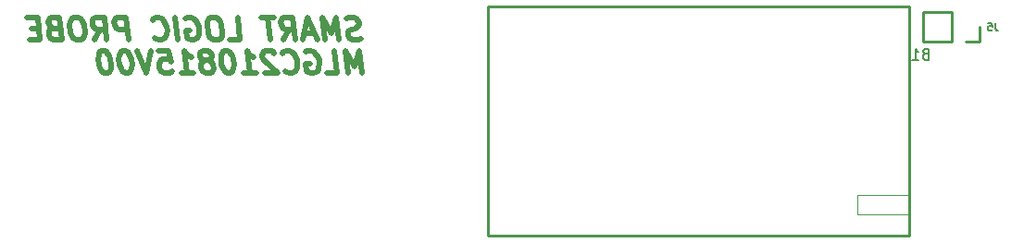
<source format=gbo>
%TF.GenerationSoftware,KiCad,Pcbnew,(5.1.10)-1*%
%TF.CreationDate,2021-09-27T23:39:52+02:00*%
%TF.ProjectId,XX,58582e6b-6963-4616-945f-706362585858,V00*%
%TF.SameCoordinates,Original*%
%TF.FileFunction,Legend,Bot*%
%TF.FilePolarity,Positive*%
%FSLAX46Y46*%
G04 Gerber Fmt 4.6, Leading zero omitted, Abs format (unit mm)*
G04 Created by KiCad (PCBNEW (5.1.10)-1) date 2021-09-27 23:39:52*
%MOMM*%
%LPD*%
G01*
G04 APERTURE LIST*
%ADD10C,0.500000*%
%ADD11C,0.120000*%
%ADD12C,0.254000*%
%ADD13C,0.256000*%
%ADD14C,0.150000*%
%ADD15C,0.170000*%
G04 APERTURE END LIST*
D10*
X135997172Y-80565523D02*
X135723363Y-80660761D01*
X135247172Y-80660761D01*
X135044791Y-80565523D01*
X134937648Y-80470285D01*
X134818601Y-80279809D01*
X134794791Y-80089333D01*
X134866220Y-79898857D01*
X134949553Y-79803619D01*
X135128125Y-79708380D01*
X135497172Y-79613142D01*
X135675744Y-79517904D01*
X135759077Y-79422666D01*
X135830505Y-79232190D01*
X135806696Y-79041714D01*
X135687648Y-78851238D01*
X135580505Y-78756000D01*
X135378125Y-78660761D01*
X134901934Y-78660761D01*
X134628125Y-78756000D01*
X134009077Y-80660761D02*
X133759077Y-78660761D01*
X133270982Y-80089333D01*
X132425744Y-78660761D01*
X132675744Y-80660761D01*
X131747172Y-80089333D02*
X130794791Y-80089333D01*
X132009077Y-80660761D02*
X131092410Y-78660761D01*
X130675744Y-80660761D01*
X128866220Y-80660761D02*
X129413839Y-79708380D01*
X130009077Y-80660761D02*
X129759077Y-78660761D01*
X128997172Y-78660761D01*
X128818601Y-78756000D01*
X128735267Y-78851238D01*
X128663839Y-79041714D01*
X128699553Y-79327428D01*
X128818601Y-79517904D01*
X128925744Y-79613142D01*
X129128125Y-79708380D01*
X129890029Y-79708380D01*
X128044791Y-78660761D02*
X126901934Y-78660761D01*
X127723363Y-80660761D02*
X127473363Y-78660761D01*
X124009077Y-80660761D02*
X124961458Y-80660761D01*
X124711458Y-78660761D01*
X122711458Y-78660761D02*
X122330505Y-78660761D01*
X122151934Y-78756000D01*
X121985267Y-78946476D01*
X121937648Y-79327428D01*
X122020982Y-79994095D01*
X122163839Y-80375047D01*
X122378125Y-80565523D01*
X122580505Y-80660761D01*
X122961458Y-80660761D01*
X123140029Y-80565523D01*
X123306696Y-80375047D01*
X123354315Y-79994095D01*
X123270982Y-79327428D01*
X123128125Y-78946476D01*
X122913839Y-78756000D01*
X122711458Y-78660761D01*
X119961458Y-78756000D02*
X120140029Y-78660761D01*
X120425744Y-78660761D01*
X120723363Y-78756000D01*
X120937648Y-78946476D01*
X121056696Y-79136952D01*
X121199553Y-79517904D01*
X121235267Y-79803619D01*
X121187648Y-80184571D01*
X121116220Y-80375047D01*
X120949553Y-80565523D01*
X120675744Y-80660761D01*
X120485267Y-80660761D01*
X120187648Y-80565523D01*
X120080505Y-80470285D01*
X119997172Y-79803619D01*
X120378125Y-79803619D01*
X119247172Y-80660761D02*
X118997172Y-78660761D01*
X117128125Y-80470285D02*
X117235267Y-80565523D01*
X117532886Y-80660761D01*
X117723363Y-80660761D01*
X117997172Y-80565523D01*
X118163839Y-80375047D01*
X118235267Y-80184571D01*
X118282886Y-79803619D01*
X118247172Y-79517904D01*
X118104315Y-79136952D01*
X117985267Y-78946476D01*
X117770982Y-78756000D01*
X117473363Y-78660761D01*
X117282886Y-78660761D01*
X117009077Y-78756000D01*
X116925744Y-78851238D01*
X114770982Y-80660761D02*
X114520982Y-78660761D01*
X113759077Y-78660761D01*
X113580505Y-78756000D01*
X113497172Y-78851238D01*
X113425744Y-79041714D01*
X113461458Y-79327428D01*
X113580505Y-79517904D01*
X113687648Y-79613142D01*
X113890029Y-79708380D01*
X114651934Y-79708380D01*
X111628125Y-80660761D02*
X112175744Y-79708380D01*
X112770982Y-80660761D02*
X112520982Y-78660761D01*
X111759077Y-78660761D01*
X111580505Y-78756000D01*
X111497172Y-78851238D01*
X111425744Y-79041714D01*
X111461458Y-79327428D01*
X111580505Y-79517904D01*
X111687648Y-79613142D01*
X111890029Y-79708380D01*
X112651934Y-79708380D01*
X110140029Y-78660761D02*
X109759077Y-78660761D01*
X109580505Y-78756000D01*
X109413839Y-78946476D01*
X109366220Y-79327428D01*
X109449553Y-79994095D01*
X109592410Y-80375047D01*
X109806696Y-80565523D01*
X110009077Y-80660761D01*
X110390029Y-80660761D01*
X110568601Y-80565523D01*
X110735267Y-80375047D01*
X110782886Y-79994095D01*
X110699553Y-79327428D01*
X110556696Y-78946476D01*
X110342410Y-78756000D01*
X110140029Y-78660761D01*
X107878125Y-79613142D02*
X107604315Y-79708380D01*
X107520982Y-79803619D01*
X107449553Y-79994095D01*
X107485267Y-80279809D01*
X107604315Y-80470285D01*
X107711458Y-80565523D01*
X107913839Y-80660761D01*
X108675744Y-80660761D01*
X108425744Y-78660761D01*
X107759077Y-78660761D01*
X107580505Y-78756000D01*
X107497172Y-78851238D01*
X107425744Y-79041714D01*
X107449553Y-79232190D01*
X107568601Y-79422666D01*
X107675744Y-79517904D01*
X107878125Y-79613142D01*
X108544791Y-79613142D01*
X106544791Y-79613142D02*
X105878125Y-79613142D01*
X105723363Y-80660761D02*
X106675744Y-80660761D01*
X106425744Y-78660761D01*
X105473363Y-78660761D01*
X136120601Y-83708761D02*
X135870601Y-81708761D01*
X135382505Y-83137333D01*
X134537267Y-81708761D01*
X134787267Y-83708761D01*
X132882505Y-83708761D02*
X133834886Y-83708761D01*
X133584886Y-81708761D01*
X130930125Y-81804000D02*
X131108696Y-81708761D01*
X131394410Y-81708761D01*
X131692029Y-81804000D01*
X131906315Y-81994476D01*
X132025363Y-82184952D01*
X132168220Y-82565904D01*
X132203934Y-82851619D01*
X132156315Y-83232571D01*
X132084886Y-83423047D01*
X131918220Y-83613523D01*
X131644410Y-83708761D01*
X131453934Y-83708761D01*
X131156315Y-83613523D01*
X131049172Y-83518285D01*
X130965839Y-82851619D01*
X131346791Y-82851619D01*
X129049172Y-83518285D02*
X129156315Y-83613523D01*
X129453934Y-83708761D01*
X129644410Y-83708761D01*
X129918220Y-83613523D01*
X130084886Y-83423047D01*
X130156315Y-83232571D01*
X130203934Y-82851619D01*
X130168220Y-82565904D01*
X130025363Y-82184952D01*
X129906315Y-81994476D01*
X129692029Y-81804000D01*
X129394410Y-81708761D01*
X129203934Y-81708761D01*
X128930125Y-81804000D01*
X128846791Y-81899238D01*
X128084886Y-81899238D02*
X127977744Y-81804000D01*
X127775363Y-81708761D01*
X127299172Y-81708761D01*
X127120601Y-81804000D01*
X127037267Y-81899238D01*
X126965839Y-82089714D01*
X126989648Y-82280190D01*
X127120601Y-82565904D01*
X128406315Y-83708761D01*
X127168220Y-83708761D01*
X125263458Y-83708761D02*
X126406315Y-83708761D01*
X125834886Y-83708761D02*
X125584886Y-81708761D01*
X125811077Y-81994476D01*
X126025363Y-82184952D01*
X126227744Y-82280190D01*
X123775363Y-81708761D02*
X123584886Y-81708761D01*
X123406315Y-81804000D01*
X123322982Y-81899238D01*
X123251553Y-82089714D01*
X123203934Y-82470666D01*
X123263458Y-82946857D01*
X123406315Y-83327809D01*
X123525363Y-83518285D01*
X123632505Y-83613523D01*
X123834886Y-83708761D01*
X124025363Y-83708761D01*
X124203934Y-83613523D01*
X124287267Y-83518285D01*
X124358696Y-83327809D01*
X124406315Y-82946857D01*
X124346791Y-82470666D01*
X124203934Y-82089714D01*
X124084886Y-81899238D01*
X123977744Y-81804000D01*
X123775363Y-81708761D01*
X122072982Y-82565904D02*
X122251553Y-82470666D01*
X122334886Y-82375428D01*
X122406315Y-82184952D01*
X122394410Y-82089714D01*
X122275363Y-81899238D01*
X122168220Y-81804000D01*
X121965839Y-81708761D01*
X121584886Y-81708761D01*
X121406315Y-81804000D01*
X121322982Y-81899238D01*
X121251553Y-82089714D01*
X121263458Y-82184952D01*
X121382505Y-82375428D01*
X121489648Y-82470666D01*
X121692029Y-82565904D01*
X122072982Y-82565904D01*
X122275363Y-82661142D01*
X122382505Y-82756380D01*
X122501553Y-82946857D01*
X122549172Y-83327809D01*
X122477744Y-83518285D01*
X122394410Y-83613523D01*
X122215839Y-83708761D01*
X121834886Y-83708761D01*
X121632505Y-83613523D01*
X121525363Y-83518285D01*
X121406315Y-83327809D01*
X121358696Y-82946857D01*
X121430125Y-82756380D01*
X121513458Y-82661142D01*
X121692029Y-82565904D01*
X119549172Y-83708761D02*
X120692029Y-83708761D01*
X120120601Y-83708761D02*
X119870601Y-81708761D01*
X120096791Y-81994476D01*
X120311077Y-82184952D01*
X120513458Y-82280190D01*
X117489648Y-81708761D02*
X118442029Y-81708761D01*
X118656315Y-82661142D01*
X118549172Y-82565904D01*
X118346791Y-82470666D01*
X117870601Y-82470666D01*
X117692029Y-82565904D01*
X117608696Y-82661142D01*
X117537267Y-82851619D01*
X117596791Y-83327809D01*
X117715839Y-83518285D01*
X117822982Y-83613523D01*
X118025363Y-83708761D01*
X118501553Y-83708761D01*
X118680125Y-83613523D01*
X118763458Y-83518285D01*
X116822982Y-81708761D02*
X116406315Y-83708761D01*
X115489648Y-81708761D01*
X114442029Y-81708761D02*
X114251553Y-81708761D01*
X114072982Y-81804000D01*
X113989648Y-81899238D01*
X113918220Y-82089714D01*
X113870601Y-82470666D01*
X113930125Y-82946857D01*
X114072982Y-83327809D01*
X114192029Y-83518285D01*
X114299172Y-83613523D01*
X114501553Y-83708761D01*
X114692029Y-83708761D01*
X114870601Y-83613523D01*
X114953934Y-83518285D01*
X115025363Y-83327809D01*
X115072982Y-82946857D01*
X115013458Y-82470666D01*
X114870601Y-82089714D01*
X114751553Y-81899238D01*
X114644410Y-81804000D01*
X114442029Y-81708761D01*
X112537267Y-81708761D02*
X112346791Y-81708761D01*
X112168220Y-81804000D01*
X112084886Y-81899238D01*
X112013458Y-82089714D01*
X111965839Y-82470666D01*
X112025363Y-82946857D01*
X112168220Y-83327809D01*
X112287267Y-83518285D01*
X112394410Y-83613523D01*
X112596791Y-83708761D01*
X112787267Y-83708761D01*
X112965839Y-83613523D01*
X113049172Y-83518285D01*
X113120601Y-83327809D01*
X113168220Y-82946857D01*
X113108696Y-82470666D01*
X112965839Y-82089714D01*
X112846791Y-81899238D01*
X112739648Y-81804000D01*
X112537267Y-81708761D01*
D11*
%TO.C,B1*%
X181356000Y-94869000D02*
X186055000Y-94869000D01*
X181356000Y-96647000D02*
X181356000Y-94869000D01*
X186055000Y-96647000D02*
X181356000Y-96647000D01*
D12*
X186128000Y-98638000D02*
X186128000Y-77638000D01*
X147628000Y-98638000D02*
X186128000Y-98638000D01*
X147628000Y-77638000D02*
X186128000Y-77638000D01*
X147628000Y-98638000D02*
X147628000Y-77638000D01*
D13*
%TO.C,J5*%
X187392000Y-80832000D02*
X187392000Y-78172000D01*
X189992000Y-80832000D02*
X187392000Y-80832000D01*
X189992000Y-78172000D02*
X187392000Y-78172000D01*
X189992000Y-80832000D02*
X189992000Y-78172000D01*
X191262000Y-80832000D02*
X192592000Y-80832000D01*
X192592000Y-80832000D02*
X192592000Y-79502000D01*
%TO.C,B1*%
D14*
X187602761Y-81970571D02*
X187459904Y-82018190D01*
X187412285Y-82065809D01*
X187364666Y-82161047D01*
X187364666Y-82303904D01*
X187412285Y-82399142D01*
X187459904Y-82446761D01*
X187555142Y-82494380D01*
X187936095Y-82494380D01*
X187936095Y-81494380D01*
X187602761Y-81494380D01*
X187507523Y-81542000D01*
X187459904Y-81589619D01*
X187412285Y-81684857D01*
X187412285Y-81780095D01*
X187459904Y-81875333D01*
X187507523Y-81922952D01*
X187602761Y-81970571D01*
X187936095Y-81970571D01*
X186412285Y-82494380D02*
X186983714Y-82494380D01*
X186698000Y-82494380D02*
X186698000Y-81494380D01*
X186793238Y-81637238D01*
X186888476Y-81732476D01*
X186983714Y-81780095D01*
%TO.C,J5*%
D15*
X194035333Y-79118666D02*
X194035333Y-79618666D01*
X194068666Y-79718666D01*
X194135333Y-79785333D01*
X194235333Y-79818666D01*
X194302000Y-79818666D01*
X193368666Y-79118666D02*
X193702000Y-79118666D01*
X193735333Y-79452000D01*
X193702000Y-79418666D01*
X193635333Y-79385333D01*
X193468666Y-79385333D01*
X193402000Y-79418666D01*
X193368666Y-79452000D01*
X193335333Y-79518666D01*
X193335333Y-79685333D01*
X193368666Y-79752000D01*
X193402000Y-79785333D01*
X193468666Y-79818666D01*
X193635333Y-79818666D01*
X193702000Y-79785333D01*
X193735333Y-79752000D01*
%TD*%
M02*

</source>
